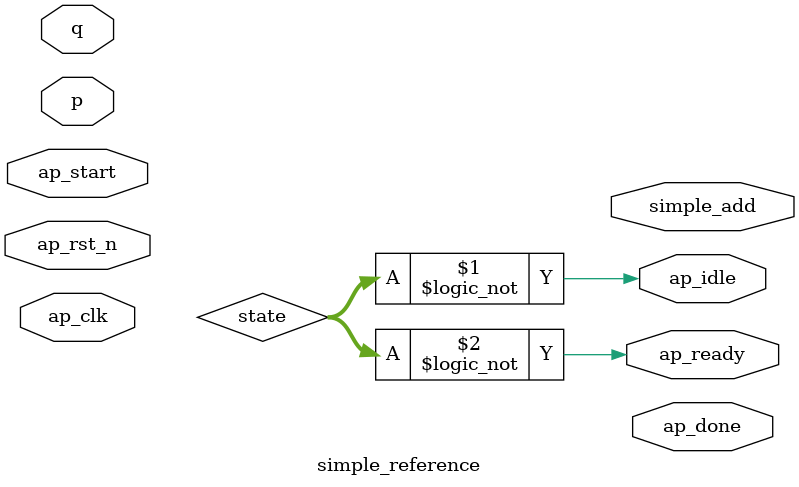
<source format=v>
`timescale 1ns / 1ps

module simple_reference #(
    parameter integer DATA_WIDTH = 32,
    parameter integer ADDR_WIDTH = 16
) (
    // Clock and Reset
    input  wire                    ap_clk,
    input  wire                    ap_rst_n,
    
    // Control signals (HLS-style)
    input  wire                    ap_start,
    output reg                     ap_done,
    output wire                    ap_idle,
    output wire                    ap_ready,
    
    // Data inputs
    input  wire [DATA_WIDTH-1:0]  p,
    input  wire [DATA_WIDTH-1:0]  q,
    
    // Data outputs
    output reg  [DATA_WIDTH-1:0]  simple_add
);

    // Simple control state machine
    (* DONT_TOUCH = "yes" *) reg [1:0] state;
    localparam IDLE = 2'b00, COMPUTE = 2'b01, DONE = 2'b10;
    
    assign ap_idle = (state == IDLE);
    assign ap_ready = (state == IDLE);

endmodule

</source>
